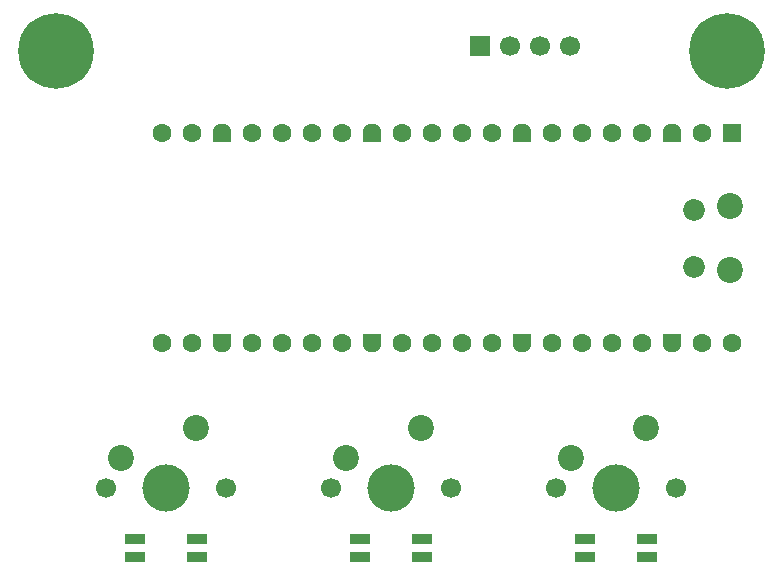
<source format=gbr>
%TF.GenerationSoftware,KiCad,Pcbnew,9.0.2*%
%TF.CreationDate,2026-01-14T17:50:12+01:00*%
%TF.ProjectId,keypad,6b657970-6164-42e6-9b69-6361645f7063,rev?*%
%TF.SameCoordinates,Original*%
%TF.FileFunction,Soldermask,Bot*%
%TF.FilePolarity,Negative*%
%FSLAX46Y46*%
G04 Gerber Fmt 4.6, Leading zero omitted, Abs format (unit mm)*
G04 Created by KiCad (PCBNEW 9.0.2) date 2026-01-14 17:50:12*
%MOMM*%
%LPD*%
G01*
G04 APERTURE LIST*
G04 Aperture macros list*
%AMRoundRect*
0 Rectangle with rounded corners*
0 $1 Rounding radius*
0 $2 $3 $4 $5 $6 $7 $8 $9 X,Y pos of 4 corners*
0 Add a 4 corners polygon primitive as box body*
4,1,4,$2,$3,$4,$5,$6,$7,$8,$9,$2,$3,0*
0 Add four circle primitives for the rounded corners*
1,1,$1+$1,$2,$3*
1,1,$1+$1,$4,$5*
1,1,$1+$1,$6,$7*
1,1,$1+$1,$8,$9*
0 Add four rect primitives between the rounded corners*
20,1,$1+$1,$2,$3,$4,$5,0*
20,1,$1+$1,$4,$5,$6,$7,0*
20,1,$1+$1,$6,$7,$8,$9,0*
20,1,$1+$1,$8,$9,$2,$3,0*%
%AMFreePoly0*
4,1,37,0.000000,0.796148,0.078414,0.796148,0.232228,0.765552,0.377117,0.705537,0.507515,0.618408,0.618408,0.507515,0.705537,0.377117,0.765552,0.232228,0.796148,0.078414,0.796148,-0.078414,0.765552,-0.232228,0.705537,-0.377117,0.618408,-0.507515,0.507515,-0.618408,0.377117,-0.705537,0.232228,-0.765552,0.078414,-0.796148,0.000000,-0.796148,0.000000,-0.800000,-0.600000,-0.800000,
-0.603843,-0.796157,-0.639018,-0.796157,-0.711114,-0.766294,-0.766294,-0.711114,-0.796157,-0.639018,-0.796157,-0.603843,-0.800000,-0.600000,-0.800000,0.600000,-0.796157,0.603843,-0.796157,0.639018,-0.766294,0.711114,-0.711114,0.766294,-0.639018,0.796157,-0.603843,0.796157,-0.600000,0.800000,0.000000,0.800000,0.000000,0.796148,0.000000,0.796148,$1*%
%AMFreePoly1*
4,1,37,0.603843,0.796157,0.639018,0.796157,0.711114,0.766294,0.766294,0.711114,0.796157,0.639018,0.796157,0.603843,0.800000,0.600000,0.800000,-0.600000,0.796157,-0.603843,0.796157,-0.639018,0.766294,-0.711114,0.711114,-0.766294,0.639018,-0.796157,0.603843,-0.796157,0.600000,-0.800000,0.000000,-0.800000,0.000000,-0.796148,-0.078414,-0.796148,-0.232228,-0.765552,-0.377117,-0.705537,
-0.507515,-0.618408,-0.618408,-0.507515,-0.705537,-0.377117,-0.765552,-0.232228,-0.796148,-0.078414,-0.796148,0.078414,-0.765552,0.232228,-0.705537,0.377117,-0.618408,0.507515,-0.507515,0.618408,-0.377117,0.705537,-0.232228,0.765552,-0.078414,0.796148,0.000000,0.796148,0.000000,0.800000,0.600000,0.800000,0.603843,0.796157,0.603843,0.796157,$1*%
G04 Aperture macros list end*
%ADD10C,1.700000*%
%ADD11R,1.800000X0.900000*%
%ADD12C,4.000000*%
%ADD13C,2.200000*%
%ADD14C,1.600000*%
%ADD15FreePoly0,270.000000*%
%ADD16FreePoly1,270.000000*%
%ADD17RoundRect,0.200000X-0.600000X0.600000X-0.600000X-0.600000X0.600000X-0.600000X0.600000X0.600000X0*%
%ADD18C,1.850000*%
%ADD19C,0.800000*%
%ADD20C,6.400000*%
%ADD21R,1.700000X1.700000*%
G04 APERTURE END LIST*
D10*
%TO.C,U3*%
X46280000Y-41000000D03*
X56440000Y-41000000D03*
D11*
X53960000Y-45300000D03*
X53960000Y-46800000D03*
X48760000Y-46800000D03*
X48760000Y-45300000D03*
D12*
X51360000Y-41000000D03*
D13*
X53900000Y-35920000D03*
X47550000Y-38460000D03*
%TD*%
D14*
%TO.C,A1*%
X61160000Y-28700000D03*
X58620000Y-28700000D03*
D15*
X56080000Y-28700000D03*
D14*
X53540000Y-28700000D03*
X51000000Y-28700000D03*
X48460000Y-28700000D03*
X45920000Y-28700000D03*
D15*
X43380000Y-28700000D03*
D14*
X40840000Y-28700000D03*
X38300000Y-28700000D03*
X35760000Y-28700000D03*
X33220000Y-28700000D03*
D15*
X30680000Y-28700000D03*
D14*
X28140000Y-28700000D03*
X25600000Y-28700000D03*
X23060000Y-28700000D03*
X20520000Y-28700000D03*
D15*
X17980000Y-28700000D03*
D14*
X15440000Y-28700000D03*
X12900000Y-28700000D03*
X12900000Y-10920000D03*
X15440000Y-10920000D03*
D16*
X17980000Y-10920000D03*
D14*
X20520000Y-10920000D03*
X23060000Y-10920000D03*
X25600000Y-10920000D03*
X28140000Y-10920000D03*
D16*
X30680000Y-10920000D03*
D14*
X33220000Y-10920000D03*
X35760000Y-10920000D03*
X38300000Y-10920000D03*
X40840000Y-10920000D03*
D16*
X43380000Y-10920000D03*
D14*
X45920000Y-10920000D03*
X48460000Y-10920000D03*
X51000000Y-10920000D03*
X53540000Y-10920000D03*
D16*
X56080000Y-10920000D03*
D14*
X58620000Y-10920000D03*
D17*
X61160000Y-10920000D03*
D13*
X61030000Y-22535000D03*
D18*
X58000000Y-22235000D03*
X58000000Y-17385000D03*
D13*
X61030000Y-17085000D03*
%TD*%
D12*
%TO.C,U1*%
X13260000Y-41000000D03*
D13*
X9450000Y-38460000D03*
X15800000Y-35920000D03*
D11*
X10660000Y-45300000D03*
X10660000Y-46800000D03*
X15860000Y-46800000D03*
X15860000Y-45300000D03*
D10*
X18340000Y-41000000D03*
X8180000Y-41000000D03*
%TD*%
D13*
%TO.C,U2*%
X28500000Y-38460000D03*
X34850000Y-35920000D03*
D12*
X32310000Y-41000000D03*
D11*
X29710000Y-45300000D03*
X29710000Y-46800000D03*
X34910000Y-46800000D03*
X34910000Y-45300000D03*
D10*
X37390000Y-41000000D03*
X27230000Y-41000000D03*
%TD*%
D19*
%TO.C,H2*%
X58402944Y-4000000D03*
X59105888Y-2302944D03*
X59105888Y-5697056D03*
X60802944Y-1600000D03*
D20*
X60802944Y-4000000D03*
D19*
X60802944Y-6400000D03*
X62500000Y-2302944D03*
X62500000Y-5697056D03*
X63202944Y-4000000D03*
%TD*%
%TO.C,H1*%
X1600000Y-4000000D03*
X2302944Y-2302944D03*
X2302944Y-5697056D03*
X4000000Y-1600000D03*
D20*
X4000000Y-4000000D03*
D19*
X4000000Y-6400000D03*
X5697056Y-2302944D03*
X5697056Y-5697056D03*
X6400000Y-4000000D03*
%TD*%
D21*
%TO.C,J1*%
X39880000Y-3500000D03*
D10*
X42420000Y-3500000D03*
X44960000Y-3500000D03*
X47500000Y-3500000D03*
%TD*%
M02*

</source>
